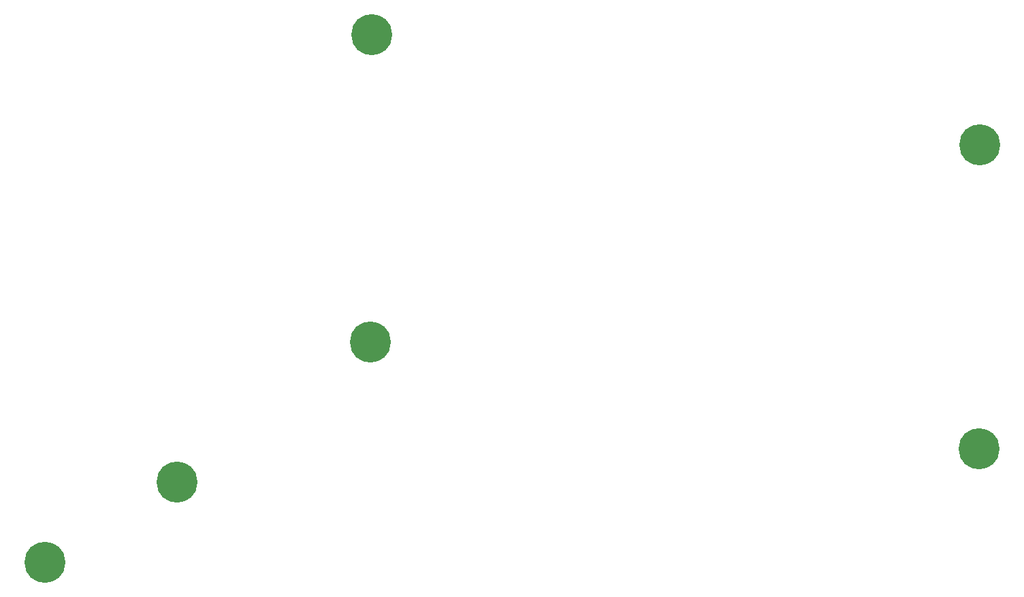
<source format=gts>
%TF.GenerationSoftware,KiCad,Pcbnew,(6.0.0)*%
%TF.CreationDate,2022-08-16T23:30:09+02:00*%
%TF.ProjectId,SofleKeyboardTopPlate,536f666c-654b-4657-9962-6f617264546f,rev?*%
%TF.SameCoordinates,Original*%
%TF.FileFunction,Soldermask,Top*%
%TF.FilePolarity,Negative*%
%FSLAX46Y46*%
G04 Gerber Fmt 4.6, Leading zero omitted, Abs format (unit mm)*
G04 Created by KiCad (PCBNEW (6.0.0)) date 2022-08-16 23:30:09*
%MOMM*%
%LPD*%
G01*
G04 APERTURE LIST*
%ADD10C,5.100000*%
G04 APERTURE END LIST*
D10*
X107248563Y-114602639D03*
X207013559Y-72587636D03*
X206943559Y-110507632D03*
X90798565Y-124612638D03*
X131452800Y-58936400D03*
X131252800Y-97216400D03*
M02*

</source>
